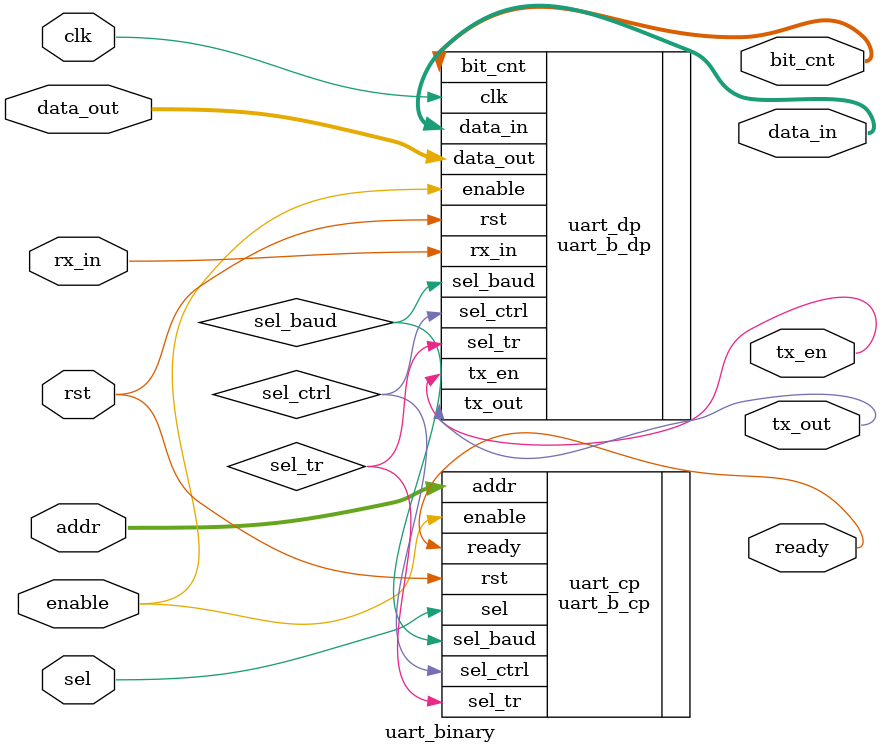
<source format=v>
module uart_binary
(
	input wire			clk,
	input wire			rst,
	input wire			sel,			// select device
	input wire			enable,		// enable operations
	input wire [11:2] addr,			// retrieve register position
	input wire [31:0] data_out,	// data from uart to peripherals
	input wire			rx_in,
	
	output wire [31:0] data_in,	// data from peripherals to uart
	output wire			 ready,
	output wire			 tx_out,
	output wire			 tx_en,
	output wire	[9:0]	 bit_cnt
);

wire sel_tr;
wire sel_ctrl;
wire sel_baud;

uart_b_cp uart_cp
(
	.rst	  (rst),
	.sel	  (sel),
	.enable (enable),
	.addr	  (addr),
	
	.sel_tr	 (sel_tr),
	.sel_ctrl (sel_ctrl),
	.sel_baud (sel_baud),
	.ready	 (ready)
);

uart_b_dp uart_dp
(
	.clk		 (clk),
	.rst		 (rst),
	.sel_tr   (sel_tr),
	.sel_ctrl (sel_ctrl),
	.sel_baud (sel_baud),
	.enable	 (enable),
	.data_out (data_out),
	.rx_in	 (rx_in),
	
	.data_in (data_in),
	.tx_en	(tx_en),
	.tx_out	(tx_out),
	.bit_cnt (bit_cnt)
);

endmodule	
</source>
